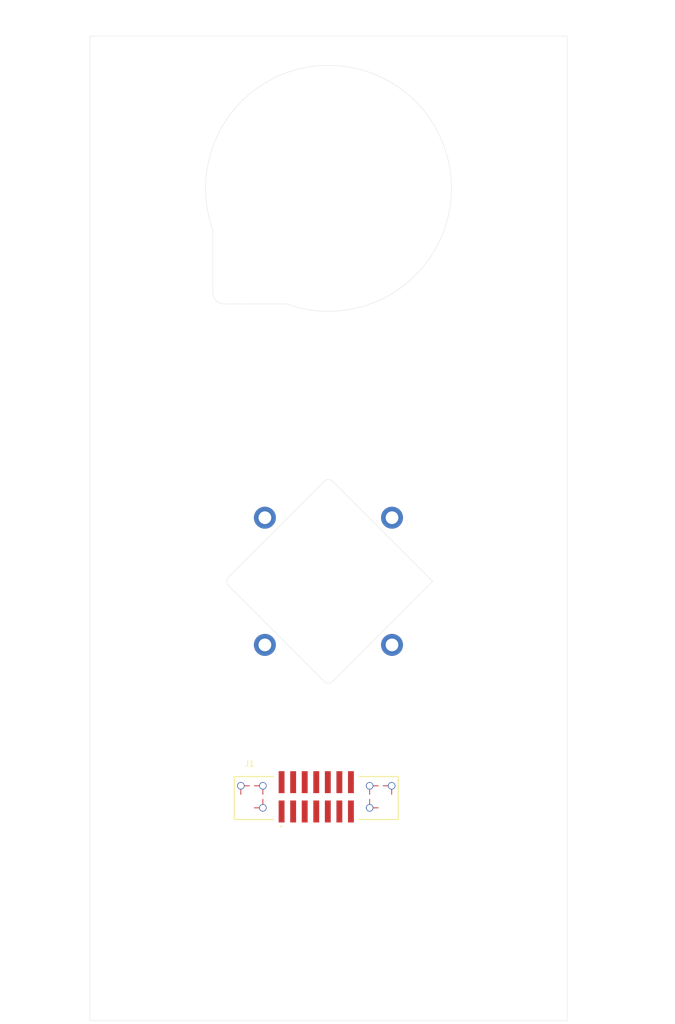
<source format=kicad_pcb>
(kicad_pcb (version 20240108) (generator "pcbnew") (generator_version "8.0")
  (layers (0 "F.Cu" signal) (31 "B.Cu" signal) (34 "B.Paste" user) (35 "F.Paste" user) (36 "B.SilkS" user "B.Silkscreen") (37 "F.SilkS" user "F.Silkscreen") (38 "B.Mask" user) (39 "F.Mask" user) (44 "Edge.Cuts" user))
  (net 0 "")
  (net 1 "/!ABF_PLACED_1")
  (net 2 "/BAT_ENA_LS_NEG")
  (net 3 "GND")
  (net 4 "/!SEPARATION_1")
  (net 5 "/BAT_ENA_LS_POS")
  (net 7 "/!ABF_PLACED_0")
  (net 8 "/!BAT_ENA_HS")
  (net 9 "/!SAT_ENA_HS")
  (net 10 "/BAT_ENA_LS_RBF")
  (net 12 "/!SEPARATION_3")
  (net 13 "/!SEPARATION_2")
  (footprint "MountingHole:MountingHole_3.5mm" (layer "F.Cu") (at 31.82 186.68)
    (property "Reference" "H3" (hide yes))
    (property "Value" "MountingHole_Pad" (hide yes))
    (pad "" np_thru_hole circle (at 0 0) (size 3.5 3.5) (drill 3.5) (layers "*.Cu" "*.Mask"))
  )
  (footprint "T2M-107-01-L-D-SM-DS:SAMTEC_T2M-107-01-X-D-SM-DS" (layer "F.Cu") (at 67.77 151.165)
    (property "Reference" "J1" (at -11.525 -5.715 360) (layer "F.SilkS"))
    (property "Value" "T2M-107-01-X-D-SM-DS")
    (fp_poly (pts (xy -13.685 -1.905) (xy -13.684 -1.938) (xy -13.682 -1.971) (xy -13.677 -2.004) (xy -13.671 -2.037) (xy -13.663 -2.069) (xy -13.654 -2.101) (xy -13.643 -2.133) (xy -13.63 -2.163) (xy -13.616 -2.193) (xy -13.6 -2.223) (xy -13.583 -2.251) (xy -13.564 -2.278) (xy -13.543 -2.305) (xy -13.522 -2.33) (xy -13.499 -2.354) (xy -13.475 -2.377) (xy -13.45 -2.398) (xy -13.423 -2.419) (xy -13.396 -2.438) (xy -13.367 -2.455) (xy -13.338 -2.471) (xy -13.308 -2.485) (xy -13.278 -2.498) (xy -13.246 -2.509) (xy -13.214 -2.518) (xy -13.182 -2.526) (xy -13.149 -2.532) (xy -13.116 -2.537) (xy -13.083 -2.539) (xy -13.05 -2.54) (xy -12.985 -2.54) (xy -12.957 -2.536) (xy -12.928 -2.53) (xy -12.9 -2.524) (xy -12.872 -2.516) (xy -12.845 -2.507) (xy -12.818 -2.496) (xy -12.791 -2.485) (xy -12.765 -2.472) (xy -12.74 -2.458) (xy -12.715 -2.443) (xy -12.691 -2.427) (xy -12.667 -2.41) (xy -12.645 -2.392) (xy -12.623 -2.373) (xy -12.602 -2.353) (xy -12.582 -2.332) (xy -12.563 -2.31) (xy -12.545 -2.288) (xy -12.528 -2.264) (xy -12.512 -2.24) (xy -12.497 -2.215) (xy -12.483 -2.19) (xy -12.47 -2.164) (xy -12.459 -2.137) (xy -12.448 -2.11) (xy -12.439 -2.083) (xy -12.431 -2.055) (xy -12.425 -2.027) (xy -12.419 -1.998) (xy -12.415 -1.97) (xy -11.53 -1.97) (xy -11.53 -1.84) (xy -12.415 -1.84) (xy -12.419 -1.813) (xy -12.424 -1.784) (xy -12.43 -1.755) (xy -12.437 -1.727) (xy -12.446 -1.699) (xy -12.456 -1.672) (xy -12.468 -1.645) (xy -12.48 -1.619) (xy -12.494 -1.593) (xy -12.509 -1.568) (xy -12.525 -1.544) (xy -12.542 -1.52) (xy -12.56 -1.497) (xy -12.579 -1.476) (xy -12.599 -1.454) (xy -12.621 -1.434) (xy -12.642 -1.415) (xy -12.665 -1.397) (xy -12.689 -1.38) (xy -12.713 -1.364) (xy -12.738 -1.349) (xy -12.764 -1.335) (xy -12.79 -1.323) (xy -12.817 -1.311) (xy -12.844 -1.301) (xy -12.872 -1.292) (xy -12.9 -1.285) (xy -12.929 -1.279) (xy -12.958 -1.274) (xy -12.985 -1.27) (xy -12.985 -0.385) (xy -13.115 -0.385) (xy -13.115 -1.27) (xy -13.143 -1.274) (xy -13.172 -1.28) (xy -13.2 -1.286) (xy -13.228 -1.294) (xy -13.255 -1.303) (xy -13.282 -1.314) (xy -13.309 -1.325) (xy -13.335 -1.338) (xy -13.36 -1.352) (xy -13.385 -1.367) (xy -13.409 -1.383) (xy -13.433 -1.4) (xy -13.455 -1.418) (xy -13.477 -1.437) (xy -13.498 -1.457) (xy -13.518 -1.478) (xy -13.537 -1.5) (xy -13.555 -1.522) (xy -13.572 -1.546) (xy -13.588 -1.57) (xy -13.603 -1.595) (xy -13.617 -1.62) (xy -13.63 -1.646) (xy -13.641 -1.673) (xy -13.652 -1.7) (xy -13.661 -1.727) (xy -13.669 -1.755) (xy -13.675 -1.783) (xy -13.681 -1.812) (xy -13.685 -1.84) (xy -13.685 -1.905) (xy -13.56 -1.905) (xy -13.559 -1.878) (xy -13.557 -1.852) (xy -13.554 -1.825) (xy -13.549 -1.799) (xy -13.543 -1.773) (xy -13.535 -1.747) (xy -13.526 -1.722) (xy -13.516 -1.698) (xy -13.504 -1.673) (xy -13.492 -1.65) (xy -13.478 -1.627) (xy -13.463 -1.605) (xy -13.446 -1.584) (xy -13.429 -1.564) (xy -13.411 -1.544) (xy -13.391 -1.526) (xy -13.371 -1.509) (xy -13.35 -1.492) (xy -13.328 -1.477) (xy -13.305 -1.463) (xy -13.282 -1.451) (xy -13.257 -1.439) (xy -13.233 -1.429) (xy -13.208 -1.42) (xy -13.182 -1.412) (xy -13.156 -1.406) (xy -13.13 -1.401) (xy -13.103 -1.398) (xy -13.077 -1.396) (xy -13.05 -1.395) (xy -13.023 -1.396) (xy -12.997 -1.398) (xy -12.97 -1.401) (xy -12.944 -1.406) (xy -12.918 -1.412) (xy -12.892 -1.42) (xy -12.867 -1.429) (xy -12.843 -1.439) (xy -12.818 -1.451) (xy -12.795 -1.463) (xy -12.772 -1.477) (xy -12.75 -1.492) (xy -12.729 -1.509) (xy -12.709 -1.526) (xy -12.689 -1.544) (xy -12.671 -1.564) (xy -12.654 -1.584) (xy -12.637 -1.605) (xy -12.622 -1.627) (xy -12.608 -1.65) (xy -12.596 -1.673) (xy -12.584 -1.698) (xy -12.574 -1.722) (xy -12.565 -1.747) (xy -12.557 -1.773) (xy -12.551 -1.799) (xy -12.546 -1.825) (xy -12.543 -1.852) (xy -12.541 -1.878) (xy -12.54 -1.905) (xy -12.541 -1.932) (xy -12.543 -1.958) (xy -12.546 -1.985) (xy -12.551 -2.011) (xy -12.557 -2.037) (xy -12.565 -2.063) (xy -12.574 -2.088) (xy -12.584 -2.112) (xy -12.596 -2.137) (xy -12.608 -2.16) (xy -12.622 -2.183) (xy -12.637 -2.205) (xy -12.654 -2.226) (xy -12.671 -2.246) (xy -12.689 -2.266) (xy -12.709 -2.284) (xy -12.729 -2.301) (xy -12.75 -2.318) (xy -12.772 -2.333) (xy -12.795 -2.347) (xy -12.818 -2.359) (xy -12.843 -2.371) (xy -12.867 -2.381) (xy -12.892 -2.39) (xy -12.918 -2.398) (xy -12.944 -2.404) (xy -12.97 -2.409) (xy -12.997 -2.412) (xy -13.023 -2.414) (xy -13.05 -2.415) (xy -13.077 -2.414) (xy -13.103 -2.412) (xy -13.13 -2.409) (xy -13.156 -2.404) (xy -13.182 -2.398) (xy -13.208 -2.39) (xy -13.233 -2.381) (xy -13.257 -2.371) (xy -13.282 -2.359) (xy -13.305 -2.347) (xy -13.328 -2.333) (xy -13.35 -2.318) (xy -13.371 -2.301) (xy -13.391 -2.284) (xy -13.411 -2.266) (xy -13.429 -2.246) (xy -13.446 -2.226) (xy -13.463 -2.205) (xy -13.478 -2.183) (xy -13.492 -2.16) (xy -13.504 -2.137) (xy -13.516 -2.112) (xy -13.526 -2.088) (xy -13.535 -2.063) (xy -13.543 -2.037) (xy -13.549 -2.011) (xy -13.554 -1.985) (xy -13.557 -1.958) (xy -13.559 -1.932) (xy -13.56 -1.905) (xy -13.685 -1.905)) (stroke (width 0.01)) (fill solid) (layer "F.Cu"))
    (fp_poly (pts (xy -8.605 -1.905) (xy -8.606 -1.938) (xy -8.608 -1.971) (xy -8.613 -2.004) (xy -8.619 -2.037) (xy -8.627 -2.069) (xy -8.636 -2.101) (xy -8.647 -2.133) (xy -8.66 -2.163) (xy -8.674 -2.193) (xy -8.69 -2.223) (xy -8.707 -2.251) (xy -8.726 -2.278) (xy -8.747 -2.305) (xy -8.768 -2.33) (xy -8.791 -2.354) (xy -8.815 -2.377) (xy -8.84 -2.398) (xy -8.867 -2.419) (xy -8.894 -2.438) (xy -8.922 -2.455) (xy -8.952 -2.471) (xy -8.982 -2.485) (xy -9.012 -2.498) (xy -9.044 -2.509) (xy -9.076 -2.518) (xy -9.108 -2.526) (xy -9.141 -2.532) (xy -9.174 -2.537) (xy -9.207 -2.539) (xy -9.24 -2.54) (xy -9.305 -2.54) (xy -9.333 -2.536) (xy -9.362 -2.53) (xy -9.39 -2.524) (xy -9.418 -2.516) (xy -9.445 -2.507) (xy -9.472 -2.496) (xy -9.499 -2.485) (xy -9.525 -2.472) (xy -9.55 -2.458) (xy -9.575 -2.443) (xy -9.599 -2.427) (xy -9.623 -2.41) (xy -9.645 -2.392) (xy -9.667 -2.373) (xy -9.688 -2.353) (xy -9.708 -2.332) (xy -9.727 -2.31) (xy -9.745 -2.288) (xy -9.762 -2.264) (xy -9.778 -2.24) (xy -9.793 -2.215) (xy -9.807 -2.19) (xy -9.82 -2.164) (xy -9.831 -2.137) (xy -9.842 -2.11) (xy -9.851 -2.083) (xy -9.859 -2.055) (xy -9.865 -2.027) (xy -9.871 -1.998) (xy -9.875 -1.97) (xy -10.76 -1.97) (xy -10.76 -1.84) (xy -9.875 -1.84) (xy -9.871 -1.813) (xy -9.866 -1.784) (xy -9.86 -1.755) (xy -9.853 -1.727) (xy -9.844 -1.699) (xy -9.834 -1.672) (xy -9.822 -1.645) (xy -9.81 -1.619) (xy -9.796 -1.593) (xy -9.781 -1.568) (xy -9.765 -1.544) (xy -9.748 -1.52) (xy -9.73 -1.497) (xy -9.711 -1.476) (xy -9.691 -1.454) (xy -9.669 -1.434) (xy -9.648 -1.415) (xy -9.625 -1.397) (xy -9.601 -1.38) (xy -9.577 -1.364) (xy -9.552 -1.349) (xy -9.526 -1.335) (xy -9.5 -1.323) (xy -9.473 -1.311) (xy -9.446 -1.301) (xy -9.418 -1.292) (xy -9.39 -1.285) (xy -9.361 -1.279) (xy -9.332 -1.274) (xy -9.305 -1.27) (xy -9.305 -0.385) (xy -9.175 -0.385) (xy -9.175 -1.27) (xy -9.147 -1.274) (xy -9.118 -1.28) (xy -9.09 -1.286) (xy -9.062 -1.294) (xy -9.035 -1.303) (xy -9.008 -1.314) (xy -8.981 -1.325) (xy -8.955 -1.338) (xy -8.93 -1.352) (xy -8.905 -1.367) (xy -8.881 -1.383) (xy -8.857 -1.4) (xy -8.835 -1.418) (xy -8.813 -1.437) (xy -8.792 -1.457) (xy -8.772 -1.478) (xy -8.753 -1.5) (xy -8.735 -1.522) (xy -8.718 -1.546) (xy -8.702 -1.57) (xy -8.687 -1.595) (xy -8.673 -1.62) (xy -8.66 -1.646) (xy -8.649 -1.673) (xy -8.638 -1.7) (xy -8.629 -1.727) (xy -8.621 -1.755) (xy -8.615 -1.783) (xy -8.609 -1.812) (xy -8.605 -1.84) (xy -8.605 -1.905) (xy -8.73 -1.905) (xy -8.731 -1.878) (xy -8.733 -1.852) (xy -8.736 -1.825) (xy -8.741 -1.799) (xy -8.747 -1.773) (xy -8.755 -1.747) (xy -8.764 -1.722) (xy -8.774 -1.698) (xy -8.786 -1.673) (xy -8.798 -1.65) (xy -8.812 -1.627) (xy -8.827 -1.605) (xy -8.844 -1.584) (xy -8.861 -1.564) (xy -8.879 -1.544) (xy -8.899 -1.526) (xy -8.919 -1.509) (xy -8.94 -1.492) (xy -8.962 -1.477) (xy -8.985 -1.463) (xy -9.008 -1.451) (xy -9.033 -1.439) (xy -9.057 -1.429) (xy -9.082 -1.42) (xy -9.108 -1.412) (xy -9.134 -1.406) (xy -9.16 -1.401) (xy -9.187 -1.398) (xy -9.213 -1.396) (xy -9.24 -1.395) (xy -9.267 -1.396) (xy -9.293 -1.398) (xy -9.32 -1.401) (xy -9.346 -1.406) (xy -9.372 -1.412) (xy -9.398 -1.42) (xy -9.423 -1.429) (xy -9.447 -1.439) (xy -9.472 -1.451) (xy -9.495 -1.463) (xy -9.518 -1.477) (xy -9.54 -1.492) (xy -9.561 -1.509) (xy -9.581 -1.526) (xy -9.601 -1.544) (xy -9.619 -1.564) (xy -9.636 -1.584) (xy -9.653 -1.605) (xy -9.668 -1.627) (xy -9.682 -1.65) (xy -9.694 -1.673) (xy -9.706 -1.698) (xy -9.716 -1.722) (xy -9.725 -1.747) (xy -9.733 -1.773) (xy -9.739 -1.799) (xy -9.744 -1.825) (xy -9.747 -1.852) (xy -9.749 -1.878) (xy -9.75 -1.905) (xy -9.749 -1.932) (xy -9.747 -1.958) (xy -9.744 -1.985) (xy -9.739 -2.011) (xy -9.733 -2.037) (xy -9.725 -2.063) (xy -9.716 -2.088) (xy -9.706 -2.112) (xy -9.694 -2.137) (xy -9.682 -2.16) (xy -9.668 -2.183) (xy -9.653 -2.205) (xy -9.636 -2.226) (xy -9.619 -2.246) (xy -9.601 -2.266) (xy -9.581 -2.284) (xy -9.561 -2.301) (xy -9.54 -2.318) (xy -9.518 -2.333) (xy -9.495 -2.347) (xy -9.472 -2.359) (xy -9.447 -2.371) (xy -9.423 -2.381) (xy -9.398 -2.39) (xy -9.372 -2.398) (xy -9.346 -2.404) (xy -9.32 -2.409) (xy -9.293 -2.412) (xy -9.267 -2.414) (xy -9.24 -2.415) (xy -9.213 -2.414) (xy -9.187 -2.412) (xy -9.16 -2.409) (xy -9.134 -2.404) (xy -9.108 -2.398) (xy -9.082 -2.39) (xy -9.057 -2.381) (xy -9.033 -2.371) (xy -9.008 -2.359) (xy -8.985 -2.347) (xy -8.962 -2.333) (xy -8.94 -2.318) (xy -8.919 -2.301) (xy -8.899 -2.284) (xy -8.879 -2.266) (xy -8.861 -2.246) (xy -8.844 -2.226) (xy -8.827 -2.205) (xy -8.812 -2.183) (xy -8.798 -2.16) (xy -8.786 -2.137) (xy -8.774 -2.112) (xy -8.764 -2.088) (xy -8.755 -2.063) (xy -8.747 -2.037) (xy -8.741 -2.011) (xy -8.736 -1.985) (xy -8.733 -1.958) (xy -8.731 -1.932) (xy -8.73 -1.905) (xy -8.605 -1.905)) (stroke (width 0.01)) (fill solid) (layer "F.Cu"))
    (fp_poly (pts (xy -8.605 1.905) (xy -8.606 1.938) (xy -8.608 1.971) (xy -8.613 2.004) (xy -8.619 2.037) (xy -8.627 2.069) (xy -8.636 2.101) (xy -8.647 2.133) (xy -8.66 2.163) (xy -8.674 2.193) (xy -8.69 2.223) (xy -8.707 2.251) (xy -8.726 2.278) (xy -8.747 2.305) (xy -8.768 2.33) (xy -8.791 2.354) (xy -8.815 2.377) (xy -8.84 2.398) (xy -8.867 2.419) (xy -8.894 2.438) (xy -8.922 2.455) (xy -8.952 2.471) (xy -8.982 2.485) (xy -9.012 2.498) (xy -9.044 2.509) (xy -9.076 2.518) (xy -9.108 2.526) (xy -9.141 2.532) (xy -9.174 2.537) (xy -9.207 2.539) (xy -9.24 2.54) (xy -9.305 2.54) (xy -9.333 2.536) (xy -9.362 2.53) (xy -9.39 2.524) (xy -9.418 2.516) (xy -9.445 2.507) (xy -9.472 2.496) (xy -9.499 2.485) (xy -9.525 2.472) (xy -9.55 2.458) (xy -9.575 2.443) (xy -9.599 2.427) (xy -9.623 2.41) (xy -9.645 2.392) (xy -9.667 2.373) (xy -9.688 2.353) (xy -9.708 2.332) (xy -9.727 2.31) (xy -9.745 2.288) (xy -9.762 2.264) (xy -9.778 2.24) (xy -9.793 2.215) (xy -9.807 2.19) (xy -9.82 2.164) (xy -9.831 2.137) (xy -9.842 2.11) (xy -9.851 2.083) (xy -9.859 2.055) (xy -9.865 2.027) (xy -9.871 1.998) (xy -9.875 1.97) (xy -10.76 1.97) (xy -10.76 1.84) (xy -9.875 1.84) (xy -9.871 1.813) (xy -9.866 1.784) (xy -9.86 1.755) (xy -9.853 1.727) (xy -9.844 1.699) (xy -9.834 1.672) (xy -9.822 1.645) (xy -9.81 1.619) (xy -9.796 1.593) (xy -9.781 1.568) (xy -9.765 1.544) (xy -9.748 1.52) (xy -9.73 1.497) (xy -9.711 1.476) (xy -9.691 1.454) (xy -9.669 1.434) (xy -9.648 1.415) (xy -9.625 1.397) (xy -9.601 1.38) (xy -9.577 1.364) (xy -9.552 1.349) (xy -9.526 1.335) (xy -9.5 1.323) (xy -9.473 1.311) (xy -9.446 1.301) (xy -9.418 1.292) (xy -9.39 1.285) (xy -9.361 1.279) (xy -9.332 1.274) (xy -9.305 1.27) (xy -9.305 0.385) (xy -9.175 0.385) (xy -9.175 1.27) (xy -9.147 1.274) (xy -9.118 1.28) (xy -9.09 1.286) (xy -9.062 1.294) (xy -9.035 1.303) (xy -9.008 1.314) (xy -8.981 1.325) (xy -8.955 1.338) (xy -8.93 1.352) (xy -8.905 1.367) (xy -8.881 1.383) (xy -8.857 1.4) (xy -8.835 1.418) (xy -8.813 1.437) (xy -8.792 1.457) (xy -8.772 1.478) (xy -8.753 1.5) (xy -8.735 1.522) (xy -8.718 1.546) (xy -8.702 1.57) (xy -8.687 1.595) (xy -8.673 1.62) (xy -8.66 1.646) (xy -8.649 1.673) (xy -8.638 1.7) (xy -8.629 1.727) (xy -8.621 1.755) (xy -8.615 1.783) (xy -8.609 1.812) (xy -8.605 1.84) (xy -8.605 1.905) (xy -8.73 1.905) (xy -8.731 1.878) (xy -8.733 1.852) (xy -8.736 1.825) (xy -8.741 1.799) (xy -8.747 1.773) (xy -8.755 1.747) (xy -8.764 1.722) (xy -8.774 1.698) (xy -8.786 1.673) (xy -8.798 1.65) (xy -8.812 1.627) (xy -8.827 1.605) (xy -8.844 1.584) (xy -8.861 1.564) (xy -8.879 1.544) (xy -8.899 1.526) (xy -8.919 1.509) (xy -8.94 1.492) (xy -8.962 1.477) (xy -8.985 1.463) (xy -9.008 1.451) (xy -9.033 1.439) (xy -9.057 1.429) (xy -9.082 1.42) (xy -9.108 1.412) (xy -9.134 1.406) (xy -9.16 1.401) (xy -9.187 1.398) (xy -9.213 1.396) (xy -9.24 1.395) (xy -9.267 1.396) (xy -9.293 1.398) (xy -9.32 1.401) (xy -9.346 1.406) (xy -9.372 1.412) (xy -9.398 1.42) (xy -9.423 1.429) (xy -9.447 1.439) (xy -9.472 1.451) (xy -9.495 1.463) (xy -9.518 1.477) (xy -9.54 1.492) (xy -9.561 1.509) (xy -9.581 1.526) (xy -9.601 1.544) (xy -9.619 1.564) (xy -9.636 1.584) (xy -9.653 1.605) (xy -9.668 1.627) (xy -9.682 1.65) (xy -9.694 1.673) (xy -9.706 1.698) (xy -9.716 1.722) (xy -9.725 1.747) (xy -9.733 1.773) (xy -9.739 1.799) (xy -9.744 1.825) (xy -9.747 1.852) (xy -9.749 1.878) (xy -9.75 1.905) (xy -9.749 1.932) (xy -9.747 1.958) (xy -9.744 1.985) (xy -9.739 2.011) (xy -9.733 2.037) (xy -9.725 2.063) (xy -9.716 2.088) (xy -9.706 2.112) (xy -9.694 2.137) (xy -9.682 2.16) (xy -9.668 2.183) (xy -9.653 2.205) (xy -9.636 2.226) (xy -9.619 2.246) (xy -9.601 2.266) (xy -9.581 2.284) (xy -9.561 2.301) (xy -9.54 2.318) (xy -9.518 2.333) (xy -9.495 2.347) (xy -9.472 2.359) (xy -9.447 2.371) (xy -9.423 2.381) (xy -9.398 2.39) (xy -9.372 2.398) (xy -9.346 2.404) (xy -9.32 2.409) (xy -9.293 2.412) (xy -9.267 2.414) (xy -9.24 2.415) (xy -9.213 2.414) (xy -9.187 2.412) (xy -9.16 2.409) (xy -9.134 2.404) (xy -9.108 2.398) (xy -9.082 2.39) (xy -9.057 2.381) (xy -9.033 2.371) (xy -9.008 2.359) (xy -8.985 2.347) (xy -8.962 2.333) (xy -8.94 2.318) (xy -8.919 2.301) (xy -8.899 2.284) (xy -8.879 2.266) (xy -8.861 2.246) (xy -8.844 2.226) (xy -8.827 2.205) (xy -8.812 2.183) (xy -8.798 2.16) (xy -8.786 2.137) (xy -8.774 2.112) (xy -8.764 2.088) (xy -8.755 2.063) (xy -8.747 2.037) (xy -8.741 2.011) (xy -8.736 1.985) (xy -8.733 1.958) (xy -8.731 1.932) (xy -8.73 1.905) (xy -8.605 1.905)) (stroke (width 0.01)) (fill solid) (layer "F.Cu"))
    (fp_poly (pts (xy 8.605 -1.905) (xy 8.606 -1.938) (xy 8.608 -1.971) (xy 8.613 -2.004) (xy 8.619 -2.037) (xy 8.627 -2.069) (xy 8.636 -2.101) (xy 8.647 -2.133) (xy 8.66 -2.163) (xy 8.674 -2.193) (xy 8.69 -2.223) (xy 8.707 -2.251) (xy 8.726 -2.278) (xy 8.747 -2.305) (xy 8.768 -2.33) (xy 8.791 -2.354) (xy 8.815 -2.377) (xy 8.84 -2.398) (xy 8.867 -2.419) (xy 8.894 -2.438) (xy 8.923 -2.455) (xy 8.952 -2.471) (xy 8.982 -2.485) (xy 9.012 -2.498) (xy 9.044 -2.509) (xy 9.076 -2.518) (xy 9.108 -2.526) (xy 9.141 -2.532) (xy 9.174 -2.537) (xy 9.207 -2.539) (xy 9.24 -2.54) (xy 9.305 -2.54) (xy 9.333 -2.536) (xy 9.362 -2.53) (xy 9.39 -2.524) (xy 9.418 -2.516) (xy 9.445 -2.507) (xy 9.472 -2.496) (xy 9.499 -2.485) (xy 9.525 -2.472) (xy 9.55 -2.458) (xy 9.575 -2.443) (xy 9.599 -2.427) (xy 9.623 -2.41) (xy 9.645 -2.392) (xy 9.667 -2.373) (xy 9.688 -2.353) (xy 9.708 -2.332) (xy 9.727 -2.31) (xy 9.745 -2.288) (xy 9.762 -2.264) (xy 9.778 -2.24) (xy 9.793 -2.215) (xy 9.807 -2.19) (xy 9.82 -2.164) (xy 9.831 -2.137) (xy 9.842 -2.11) (xy 9.851 -2.083) (xy 9.859 -2.055) (xy 9.865 -2.027) (xy 9.871 -1.998) (xy 9.875 -1.97) (xy 10.76 -1.97) (xy 10.76 -1.84) (xy 9.875 -1.84) (xy 9.871 -1.813) (xy 9.866 -1.784) (xy 9.86 -1.755) (xy 9.853 -1.727) (xy 9.844 -1.699) (xy 9.834 -1.672) (xy 9.822 -1.645) (xy 9.81 -1.619) (xy 9.796 -1.593) (xy 9.781 -1.568) (xy 9.765 -1.544) (xy 9.748 -1.52) (xy 9.73 -1.497) (xy 9.711 -1.476) (xy 9.691 -1.454) (xy 9.669 -1.434) (xy 9.648 -1.415) (xy 9.625 -1.397) (xy 9.601 -1.38) (xy 9.577 -1.364) (xy 9.552 -1.349) (xy 9.526 -1.335) (xy 9.5 -1.323) (xy 9.473 -1.311) (xy 9.446 -1.301) (xy 9.418 -1.292) (xy 9.39 -1.285) (xy 9.361 -1.279) (xy 9.332 -1.274) (xy 9.305 -1.27) (xy 9.305 -0.385) (xy 9.175 -0.385) (xy 9.175 -1.27) (xy 9.147 -1.274) (xy 9.118 -1.28) (xy 9.09 -1.286) (xy 9.062 -1.294) (xy 9.035 -1.303) (xy 9.008 -1.314) (xy 8.981 -1.325) (xy 8.955 -1.338) (xy 8.93 -1.352) (xy 8.905 -1.367) (xy 8.881 -1.383) (xy 8.857 -1.4) (xy 8.835 -1.418) (xy 8.813 -1.437) (xy 8.792 -1.457) (xy 8.772 -1.478) (xy 8.753 -1.5) (xy 8.735 -1.522) (xy 8.718 -1.546) (xy 8.702 -1.57) (xy 8.687 -1.595) (xy 8.673 -1.62) (xy 8.66 -1.646) (xy 8.649 -1.673) (xy 8.638 -1.7) (xy 8.629 -1.727) (xy 8.621 -1.755) (xy 8.615 -1.783) (xy 8.609 -1.812) (xy 8.605 -1.84) (xy 8.605 -1.905) (xy 8.73 -1.905) (xy 8.731 -1.878) (xy 8.733 -1.852) (xy 8.736 -1.825) (xy 8.741 -1.799) (xy 8.747 -1.773) (xy 8.755 -1.747) (xy 8.764 -1.722) (xy 8.774 -1.698) (xy 8.786 -1.673) (xy 8.798 -1.65) (xy 8.812 -1.627) (xy 8.827 -1.605) (xy 8.844 -1.584) (xy 8.861 -1.564) (xy 8.879 -1.544) (xy 8.899 -1.526) (xy 8.919 -1.509) (xy 8.94 -1.492) (xy 8.962 -1.477) (xy 8.985 -1.463) (xy 9.008 -1.451) (xy 9.033 -1.439) (xy 9.057 -1.429) (xy 9.082 -1.42) (xy 9.108 -1.412) (xy 9.134 -1.406) (xy 9.16 -1.401) (xy 9.187 -1.398) (xy 9.213 -1.396) (xy 9.24 -1.395) (xy 9.267 -1.396) (xy 9.293 -1.398) (xy 9.32 -1.401) (xy 9.346 -1.406) (xy 9.372 -1.412) (xy 9.398 -1.42) (xy 9.423 -1.429) (xy 9.447 -1.439) (xy 9.472 -1.451) (xy 9.495 -1.463) (xy 9.518 -1.477) (xy 9.54 -1.492) (xy 9.561 -1.509) (xy 9.581 -1.526) (xy 9.601 -1.544) (xy 9.619 -1.564) (xy 9.636 -1.584) (xy 9.653 -1.605) (xy 9.668 -1.627) (xy 9.682 -1.65) (xy 9.694 -1.673) (xy 9.706 -1.698) (xy 9.716 -1.722) (xy 9.725 -1.747) (xy 9.733 -1.773) (xy 9.739 -1.799) (xy 9.744 -1.825) (xy 9.747 -1.852) (xy 9.749 -1.878) (xy 9.75 -1.905) (xy 9.749 -1.932) (xy 9.747 -1.958) (xy 9.744 -1.985) (xy 9.739 -2.011) (xy 9.733 -2.037) (xy 9.725 -2.063) (xy 9.716 -2.088) (xy 9.706 -2.112) (xy 9.694 -2.137) (xy 9.682 -2.16) (xy 9.668 -2.183) (xy 9.653 -2.205) (xy 9.636 -2.226) (xy 9.619 -2.246) (xy 9.601 -2.266) (xy 9.581 -2.284) (xy 9.561 -2.301) (xy 9.54 -2.318) (xy 9.518 -2.333) (xy 9.495 -2.347) (xy 9.472 -2.359) (xy 9.447 -2.371) (xy 9.423 -2.381) (xy 9.398 -2.39) (xy 9.372 -2.398) (xy 9.346 -2.404) (xy 9.32 -2.409) (xy 9.293 -2.412) (xy 9.267 -2.414) (xy 9.24 -2.415) (xy 9.213 -2.414) (xy 9.187 -2.412) (xy 9.16 -2.409) (xy 9.134 -2.404) (xy 9.108 -2.398) (xy 9.082 -2.39) (xy 9.057 -2.381) (xy 9.033 -2.371) (xy 9.008 -2.359) (xy 8.985 -2.347) (xy 8.962 -2.333) (xy 8.94 -2.318) (xy 8.919 -2.301) (xy 8.899 -2.284) (xy 8.879 -2.266) (xy 8.861 -2.246) (xy 8.844 -2.226) (xy 8.827 -2.205) (xy 8.812 -2.183) (xy 8.798 -2.16) (xy 8.786 -2.137) (xy 8.774 -2.112) (xy 8.764 -2.088) (xy 8.755 -2.063) (xy 8.747 -2.037) (xy 8.741 -2.011) (xy 8.736 -1.985) (xy 8.733 -1.958) (xy 8.731 -1.932) (xy 8.73 -1.905) (xy 8.605 -1.905)) (stroke (width 0.01)) (fill solid) (layer "F.Cu"))
    (fp_poly (pts (xy 8.605 1.905) (xy 8.606 1.938) (xy 8.608 1.971) (xy 8.613 2.004) (xy 8.619 2.037) (xy 8.627 2.069) (xy 8.636 2.101) (xy 8.647 2.133) (xy 8.66 2.163) (xy 8.674 2.193) (xy 8.69 2.223) (xy 8.707 2.251) (xy 8.726 2.278) (xy 8.747 2.305) (xy 8.768 2.33) (xy 8.791 2.354) (xy 8.815 2.377) (xy 8.84 2.398) (xy 8.867 2.419) (xy 8.894 2.438) (xy 8.922 2.455) (xy 8.952 2.471) (xy 8.982 2.485) (xy 9.012 2.498) (xy 9.044 2.509) (xy 9.076 2.518) (xy 9.108 2.526) (xy 9.141 2.532) (xy 9.174 2.537) (xy 9.207 2.539) (xy 9.24 2.54) (xy 9.305 2.54) (xy 9.333 2.536) (xy 9.362 2.53) (xy 9.39 2.524) (xy 9.418 2.516) (xy 9.445 2.507) (xy 9.472 2.496) (xy 9.499 2.485) (xy 9.525 2.472) (xy 9.55 2.458) (xy 9.575 2.443) (xy 9.599 2.427) (xy 9.623 2.41) (xy 9.645 2.392) (xy 9.667 2.373) (xy 9.688 2.353) (xy 9.708 2.332) (xy 9.727 2.31) (xy 9.745 2.288) (xy 9.762 2.264) (xy 9.778 2.24) (xy 9.793 2.215) (xy 9.807 2.19) (xy 9.82 2.164) (xy 9.831 2.137) (xy 9.842 2.11) (xy 9.851 2.083) (xy 9.859 2.055) (xy 9.865 2.027) (xy 9.871 1.998) (xy 9.875 1.97) (xy 10.76 1.97) (xy 10.76 1.84) (xy 9.875 1.84) (xy 9.871 1.813) (xy 9.866 1.784) (xy 9.86 1.755) (xy 9.853 1.727) (xy 9.844 1.699) (xy 9.834 1.672) (xy 9.822 1.645) (xy 9.81 1.619) (xy 9.796 1.593) (xy 9.781 1.568) (xy 9.765 1.544) (xy 9.748 1.52) (xy 9.73 1.497) (xy 9.711 1.476) (xy 9.691 1.454) (xy 9.669 1.434) (xy 9.648 1.415) (xy 9.625 1.397) (xy 9.601 1.38) (xy 9.577 1.364) (xy 9.552 1.349) (xy 9.526 1.335) (xy 9.5 1.323) (xy 9.473 1.311) (xy 9.446 1.301) (xy 9.418 1.292) (xy 9.39 1.285) (xy 9.361 1.279) (xy 9.332 1.274) (xy 9.305 1.27) (xy 9.305 0.385) (xy 9.175 0.385) (xy 9.175 1.27) (xy 9.147 1.274) (xy 9.118 1.28) (xy 9.09 1.286) (xy 9.062 1.294) (xy 9.035 1.303) (xy 9.008 1.314) (xy 8.981 1.325) (xy 8.955 1.338) (xy 8.93 1.352) (xy 8.905 1.367) (xy 8.881 1.383) (xy 8.857 1.4) (xy 8.835 1.418) (xy 8.813 1.437) (xy 8.792 1.457) (xy 8.772 1.478) (xy 8.753 1.5) (xy 8.735 1.522) (xy 8.718 1.546) (xy 8.702 1.57) (xy 8.687 1.595) (xy 8.673 1.62) (xy 8.66 1.646) (xy 8.649 1.673) (xy 8.638 1.7) (xy 8.629 1.727) (xy 8.621 1.755) (xy 8.615 1.783) (xy 8.609 1.812) (xy 8.605 1.84) (xy 8.605 1.905) (xy 8.73 1.905) (xy 8.731 1.878) (xy 8.733 1.852) (xy 8.736 1.825) (xy 8.741 1.799) (xy 8.747 1.773) (xy 8.755 1.747) (xy 8.764 1.722) (xy 8.774 1.698) (xy 8.786 1.673) (xy 8.798 1.65) (xy 8.812 1.627) (xy 8.827 1.605) (xy 8.844 1.584) (xy 8.861 1.564) (xy 8.879 1.544) (xy 8.899 1.526) (xy 8.919 1.509) (xy 8.94 1.492) (xy 8.962 1.477) (xy 8.985 1.463) (xy 9.008 1.451) (xy 9.033 1.439) (xy 9.057 1.429) (xy 9.082 1.42) (xy 9.108 1.412) (xy 9.134 1.406) (xy 9.16 1.401) (xy 9.187 1.398) (xy 9.213 1.396) (xy 9.24 1.395) (xy 9.267 1.396) (xy 9.293 1.398) (xy 9.32 1.401) (xy 9.346 1.406) (xy 9.372 1.412) (xy 9.398 1.42) (xy 9.423 1.429) (xy 9.447 1.439) (xy 9.472 1.451) (xy 9.495 1.463) (xy 9.518 1.477) (xy 9.54 1.492) (xy 9.561 1.509) (xy 9.581 1.526) (xy 9.601 1.544) (xy 9.619 1.564) (xy 9.636 1.584) (xy 9.653 1.605) (xy 9.668 1.627) (xy 9.682 1.65) (xy 9.694 1.673) (xy 9.706 1.698) (xy 9.716 1.722) (xy 9.725 1.747) (xy 9.733 1.773) (xy 9.739 1.799) (xy 9.744 1.825) (xy 9.747 1.852) (xy 9.749 1.878) (xy 9.75 1.905) (xy 9.749 1.932) (xy 9.747 1.958) (xy 9.744 1.985) (xy 9.739 2.011) (xy 9.733 2.037) (xy 9.725 2.063) (xy 9.716 2.088) (xy 9.706 2.112) (xy 9.694 2.137) (xy 9.682 2.16) (xy 9.668 2.183) (xy 9.653 2.205) (xy 9.636 2.226) (xy 9.619 2.246) (xy 9.601 2.266) (xy 9.581 2.284) (xy 9.561 2.301) (xy 9.54 2.318) (xy 9.518 2.333) (xy 9.495 2.347) (xy 9.472 2.359) (xy 9.447 2.371) (xy 9.423 2.381) (xy 9.398 2.39) (xy 9.372 2.398) (xy 9.346 2.404) (xy 9.32 2.409) (xy 9.293 2.412) (xy 9.267 2.414) (xy 9.24 2.415) (xy 9.213 2.414) (xy 9.187 2.412) (xy 9.16 2.409) (xy 9.134 2.404) (xy 9.108 2.398) (xy 9.082 2.39) (xy 9.057 2.381) (xy 9.033 2.371) (xy 9.008 2.359) (xy 8.985 2.347) (xy 8.962 2.333) (xy 8.94 2.318) (xy 8.919 2.301) (xy 8.899 2.284) (xy 8.879 2.266) (xy 8.861 2.246) (xy 8.844 2.226) (xy 8.827 2.205) (xy 8.812 2.183) (xy 8.798 2.16) (xy 8.786 2.137) (xy 8.774 2.112) (xy 8.764 2.088) (xy 8.755 2.063) (xy 8.747 2.037) (xy 8.741 2.011) (xy 8.736 1.985) (xy 8.733 1.958) (xy 8.731 1.932) (xy 8.73 1.905) (xy 8.605 1.905)) (stroke (width 0.01)) (fill solid) (layer "F.Cu"))
    (fp_poly (pts (xy 13.685 -1.905) (xy 13.684 -1.938) (xy 13.682 -1.971) (xy 13.677 -2.004) (xy 13.671 -2.037) (xy 13.663 -2.069) (xy 13.654 -2.101) (xy 13.643 -2.133) (xy 13.63 -2.163) (xy 13.616 -2.193) (xy 13.6 -2.223) (xy 13.583 -2.251) (xy 13.564 -2.278) (xy 13.543 -2.305) (xy 13.522 -2.33) (xy 13.499 -2.354) (xy 13.475 -2.377) (xy 13.45 -2.398) (xy 13.423 -2.419) (xy 13.396 -2.438) (xy 13.367 -2.455) (xy 13.338 -2.471) (xy 13.308 -2.485) (xy 13.278 -2.498) (xy 13.246 -2.509) (xy 13.214 -2.518) (xy 13.182 -2.526) (xy 13.149 -2.532) (xy 13.116 -2.537) (xy 13.083 -2.539) (xy 13.05 -2.54) (xy 12.985 -2.54) (xy 12.957 -2.536) (xy 12.928 -2.53) (xy 12.9 -2.524) (xy 12.872 -2.516) (xy 12.845 -2.507) (xy 12.818 -2.496) (xy 12.791 -2.485) (xy 12.765 -2.472) (xy 12.74 -2.458) (xy 12.715 -2.443) (xy 12.691 -2.427) (xy 12.667 -2.41) (xy 12.645 -2.392) (xy 12.623 -2.373) (xy 12.602 -2.353) (xy 12.582 -2.332) (xy 12.563 -2.31) (xy 12.545 -2.288) (xy 12.528 -2.264) (xy 12.512 -2.24) (xy 12.497 -2.215) (xy 12.483 -2.19) (xy 12.47 -2.164) (xy 12.459 -2.137) (xy 12.448 -2.11) (xy 12.439 -2.083) (xy 12.431 -2.055) (xy 12.425 -2.027) (xy 12.419 -1.998) (xy 12.415 -1.97) (xy 11.53 -1.97) (xy 11.53 -1.84) (xy 12.415 -1.84) (xy 12.419 -1.813) (xy 12.424 -1.784) (xy 12.43 -1.755) (xy 12.437 -1.727) (xy 12.446 -1.699) (xy 12.456 -1.672) (xy 12.468 -1.645) (xy 12.48 -1.619) (xy 12.494 -1.593) (xy 12.509 -1.568) (xy 12.525 -1.544) (xy 12.542 -1.52) (xy 12.56 -1.497) (xy 12.579 -1.476) (xy 12.599 -1.454) (xy 12.621 -1.434) (xy 12.642 -1.415) (xy 12.665 -1.397) (xy 12.689 -1.38) (xy 12.713 -1.364) (xy 12.738 -1.349) (xy 12.764 -1.335) (xy 12.79 -1.323) (xy 12.817 -1.311) (xy 12.844 -1.301) (xy 12.872 -1.292) (xy 12.9 -1.285) (xy 12.929 -1.279) (xy 12.958 -1.274) (xy 12.985 -1.27) (xy 12.985 -0.385) (xy 13.115 -0.385) (xy 13.115 -1.27) (xy 13.143 -1.274) (xy 13.172 -1.28) (xy 13.2 -1.286) (xy 13.228 -1.294) (xy 13.255 -1.303) (xy 13.282 -1.314) (xy 13.309 -1.325) (xy 13.335 -1.338) (xy 13.36 -1.352) (xy 13.385 -1.367) (xy 13.409 -1.383) (xy 13.433 -1.4) (xy 13.455 -1.418) (xy 13.477 -1.437) (xy 13.498 -1.457) (xy 13.518 -1.478) (xy 13.537 -1.5) (xy 13.555 -1.522) (xy 13.572 -1.546) (xy 13.588 -1.57) (xy 13.603 -1.595) (xy 13.617 -1.62) (xy 13.63 -1.646) (xy 13.641 -1.673) (xy 13.652 -1.7) (xy 13.661 -1.727) (xy 13.669 -1.755) (xy 13.675 -1.783) (xy 13.681 -1.812) (xy 13.685 -1.84) (xy 13.685 -1.905) (xy 13.56 -1.905) (xy 13.559 -1.878) (xy 13.557 -1.852) (xy 13.554 -1.825) (xy 13.549 -1.799) (xy 13.543 -1.773) (xy 13.535 -1.747) (xy 13.526 -1.722) (xy 13.516 -1.698) (xy 13.504 -1.673) (xy 13.492 -1.65) (xy 13.478 -1.627) (xy 13.463 -1.605) (xy 13.446 -1.584) (xy 13.429 -1.564) (xy 13.411 -1.544) (xy 13.391 -1.526) (xy 13.371 -1.509) (xy 13.35 -1.492) (xy 13.328 -1.477) (xy 13.305 -1.463) (xy 13.282 -1.451) (xy 13.257 -1.439) (xy 13.233 -1.429) (xy 13.208 -1.42) (xy 13.182 -1.412) (xy 13.156 -1.406) (xy 13.13 -1.401) (xy 13.103 -1.398) (xy 13.077 -1.396) (xy 13.05 -1.395) (xy 13.023 -1.396) (xy 12.997 -1.398) (xy 12.97 -1.401) (xy 12.944 -1.406) (xy 12.918 -1.412) (xy 12.892 -1.42) (xy 12.867 -1.429) (xy 12.843 -1.439) (xy 12.818 -1.451) (xy 12.795 -1.463) (xy 12.772 -1.477) (xy 12.75 -1.492) (xy 12.729 -1.509) (xy 12.709 -1.526) (xy 12.689 -1.544) (xy 12.671 -1.564) (xy 12.654 -1.584) (xy 12.637 -1.605) (xy 12.622 -1.627) (xy 12.608 -1.65) (xy 12.596 -1.673) (xy 12.584 -1.698) (xy 12.574 -1.722) (xy 12.565 -1.747) (xy 12.557 -1.773) (xy 12.551 -1.799) (xy 12.546 -1.825) (xy 12.543 -1.852) (xy 12.541 -1.878) (xy 12.54 -1.905) (xy 12.541 -1.932) (xy 12.543 -1.958) (xy 12.546 -1.985) (xy 12.551 -2.011) (xy 12.557 -2.037) (xy 12.565 -2.063) (xy 12.574 -2.088) (xy 12.584 -2.112) (xy 12.596 -2.137) (xy 12.608 -2.16) (xy 12.622 -2.183) (xy 12.637 -2.205) (xy 12.654 -2.226) (xy 12.671 -2.246) (xy 12.689 -2.266) (xy 12.709 -2.284) (xy 12.729 -2.301) (xy 12.75 -2.318) (xy 12.772 -2.333) (xy 12.795 -2.347) (xy 12.818 -2.359) (xy 12.843 -2.371) (xy 12.867 -2.381) (xy 12.892 -2.39) (xy 12.918 -2.398) (xy 12.944 -2.404) (xy 12.97 -2.409) (xy 12.997 -2.412) (xy 13.023 -2.414) (xy 13.05 -2.415) (xy 13.077 -2.414) (xy 13.103 -2.412) (xy 13.13 -2.409) (xy 13.156 -2.404) (xy 13.182 -2.398) (xy 13.208 -2.39) (xy 13.233 -2.381) (xy 13.257 -2.371) (xy 13.282 -2.359) (xy 13.305 -2.347) (xy 13.328 -2.333) (xy 13.35 -2.318) (xy 13.371 -2.301) (xy 13.391 -2.284) (xy 13.411 -2.266) (xy 13.429 -2.246) (xy 13.446 -2.226) (xy 13.463 -2.205) (xy 13.478 -2.183) (xy 13.492 -2.16) (xy 13.504 -2.137) (xy 13.516 -2.112) (xy 13.526 -2.088) (xy 13.535 -2.063) (xy 13.543 -2.037) (xy 13.549 -2.011) (xy 13.554 -1.985) (xy 13.557 -1.958) (xy 13.559 -1.932) (xy 13.56 -1.905) (xy 13.685 -1.905)) (stroke (width 0.01)) (fill solid) (layer "F.Cu"))
    (fp_line (start -14.19 -3.51) (end -7.35 -3.51) (stroke (width 0.2)) (layer "F.SilkS"))
    (fp_line (start -14.19 3.93) (end -14.19 -3.51) (stroke (width 0.2)) (layer "F.SilkS"))
    (fp_line (start -7.35 3.93) (end -14.19 3.93) (stroke (width 0.2)) (layer "F.SilkS"))
    (fp_line (start 7.35 -3.51) (end 14.19 -3.51) (stroke (width 0.2)) (layer "F.SilkS"))
    (fp_line (start 14.19 -3.51) (end 14.19 3.93) (stroke (width 0.2)) (layer "F.SilkS"))
    (fp_line (start 14.19 3.93) (end 7.35 3.93) (stroke (width 0.2)) (layer "F.SilkS"))
    (fp_circle (center -6.057 5.108) (end -5.957 5.108) (stroke (width 0.2)) (fill none) (layer "F.SilkS"))
    (pad "" np_thru_hole circle (at -11.145 0) (size 2.49 2.49) (drill 2.49) (layers "*.Cu" "*.Mask"))
    (pad "" np_thru_hole circle (at 11.145 0) (size 2.49 2.49) (drill 2.49) (layers "*.Cu" "*.Mask"))
    (pad "01" smd rect (at -6 2.535) (size 1.02 3.8) (layers "F.Cu" "F.Paste" "F.Mask") (net 3 "GND"))
    (pad "02" smd rect (at -6 -2.535) (size 1.02 3.8) (layers "F.Cu" "F.Paste" "F.Mask") (net 7 "/!ABF_PLACED_0"))
    (pad "03" smd rect (at -4 2.535) (size 1.02 3.8) (layers "F.Cu" "F.Paste" "F.Mask") (net 4 "/!SEPARATION_1"))
    (pad "04" smd rect (at -4 -2.535) (size 1.02 3.8) (layers "F.Cu" "F.Paste" "F.Mask") (net 8 "/!BAT_ENA_HS"))
    (pad "05" smd rect (at -2 2.535) (size 1.02 3.8) (layers "F.Cu" "F.Paste" "F.Mask") (net 13 "/!SEPARATION_2"))
    (pad "06" smd rect (at -2 -2.535) (size 1.02 3.8) (layers "F.Cu" "F.Paste" "F.Mask") (net 9 "/!SAT_ENA_HS"))
    (pad "07" smd rect (at 0 2.535) (size 1.02 3.8) (layers "F.Cu" "F.Paste" "F.Mask") (net 12 "/!SEPARATION_3"))
    (pad "08" smd rect (at 0 -2.535) (size 1.02 3.8) (layers "F.Cu" "F.Paste" "F.Mask") (net 5 "/BAT_ENA_LS_POS"))
    (pad "09" smd rect (at 2 2.535) (size 1.02 3.8) (layers "F.Cu" "F.Paste" "F.Mask") (net 10 "/BAT_ENA_LS_RBF"))
    (pad "10" smd rect (at 2 -2.535) (size 1.02 3.8) (layers "F.Cu" "F.Paste" "F.Mask") (net 2 "/BAT_ENA_LS_NEG"))
    (pad "11" smd rect (at 4 2.535) (size 1.02 3.8) (layers "F.Cu" "F.Paste" "F.Mask") (net 1 "/!ABF_PLACED_1"))
    (pad "12" smd rect (at 4 -2.535) (size 1.02 3.8) (layers "F.Cu" "F.Paste" "F.Mask") (net 3 "GND"))
    (pad "13" smd rect (at 6 2.535) (size 1.02 3.8) (layers "F.Cu" "F.Paste" "F.Mask"))
    (pad "14" smd rect (at 6 -2.535) (size 1.02 3.8) (layers "F.Cu" "F.Paste" "F.Mask"))
    (pad "S1" thru_hole circle (at -13.05 -1.905) (size 1.27 1.27) (drill 1.02) (layers "*.Cu" "*.Mask"))
    (pad "S2" thru_hole circle (at -9.24 -1.905) (size 1.27 1.27) (drill 1.02) (layers "*.Cu" "*.Mask"))
    (pad "S3" thru_hole circle (at -9.24 1.905) (size 1.27 1.27) (drill 1.02) (layers "*.Cu" "*.Mask"))
    (pad "S4" thru_hole circle (at 9.24 -1.905) (size 1.27 1.27) (drill 1.02) (layers "*.Cu" "*.Mask"))
    (pad "S5" thru_hole circle (at 13.05 -1.905) (size 1.27 1.27) (drill 1.02) (layers "*.Cu" "*.Mask"))
    (pad "S6" thru_hole circle (at 9.24 1.905) (size 1.27 1.27) (drill 1.02) (layers "*.Cu" "*.Mask"))
  )
  (footprint "MountingHole:MountingHole_3.5mm" (layer "F.Cu") (at 31.8 47.89)
    (property "Reference" "H1" (hide yes))
    (property "Value" "MountingHole_Pad" (hide yes))
    (pad "" np_thru_hole circle (at 0 0) (size 3.5 3.5) (drill 3.5) (layers "*.Cu" "*.Mask"))
  )
  (footprint "MountingHole:MountingHole_3.5mm" (layer "F.Cu") (at 107.96 186.66)
    (property "Reference" "H4" (hide yes))
    (property "Value" "MountingHole_Pad" (hide yes))
    (pad "" np_thru_hole circle (at 0 0) (size 3.5 3.5) (drill 3.5) (layers "*.Cu" "*.Mask"))
  )
  (footprint "MountingHole:MountingHole_2.2mm_M2_DIN965_Pad" (layer "F.Cu") (at 58.879753 124.889023)
    (property "Reference" "H8" (hide yes))
    (property "Value" "MountingHole_Pad" (hide yes))
    (pad "1" thru_hole circle (at 0 0) (size 3.8 3.8) (drill 2.2) (layers "*.Cu" "*.Mask"))
  )
  (footprint "MountingHole:MountingHole_3.5mm" (layer "F.Cu") (at 107.99 47.9)
    (property "Reference" "H2" (hide yes))
    (property "Value" "MountingHole_Pad" (hide yes))
    (pad "" np_thru_hole circle (at 0 0) (size 3.5 3.5) (drill 3.5) (layers "*.Cu" "*.Mask"))
  )
  (footprint "MountingHole:MountingHole_2.2mm_M2_DIN965_Pad" (layer "F.Cu") (at 58.879753 102.889023)
    (property "Reference" "H7" (hide yes))
    (property "Value" "MountingHole_Pad" (hide yes))
    (pad "1" thru_hole circle (at 0 0) (size 3.8 3.8) (drill 2.2) (layers "*.Cu" "*.Mask"))
  )
  (footprint "MountingHole:MountingHole_2.2mm_M2_DIN965_Pad" (layer "F.Cu") (at 80.879753 102.889023)
    (property "Reference" "H5" (hide yes))
    (property "Value" "MountingHole_Pad" (hide yes))
    (pad "1" thru_hole circle (at 0 0) (size 3.8 3.8) (drill 2.2) (layers "*.Cu" "*.Mask"))
  )
  (footprint "MountingHole:MountingHole_2.2mm_M2_DIN965_Pad" (layer "F.Cu") (at 80.879753 124.889023)
    (property "Reference" "H6" (hide yes))
    (property "Value" "MountingHole_Pad" (hide yes))
    (pad "1" thru_hole circle (at 0 0) (size 3.8 3.8) (drill 2.2) (layers "*.Cu" "*.Mask"))
  )
  (gr_line (start 70.597107 131.222893) (end 87.921223 113.898777) (stroke (width 0.05)) (layer "Edge.Cuts"))
  (gr_arc (start 70.597107 131.222893) (mid 69.89 131.515786) (end 69.182893 131.222893) (stroke (width 0.05)) (layer "Edge.Cuts"))
  (gr_line (start 69.182893 131.222893) (end 52.565884 114.605884) (stroke (width 0.05)) (layer "Edge.Cuts"))
  (gr_line (start 87.921223 113.898777) (end 70.597107 96.574661) (stroke (width 0.05)) (layer "Edge.Cuts"))
  (gr_rect (start 28.59 19.59) (end 111.19 189.89) (stroke (width 0.05)) (fill none) (layer "Edge.Cuts"))
  (gr_arc (start 49.877221 53.1246) (mid 84.94354 30.893073) (end 62.65 65.92) (stroke (width 0.05)) (layer "Edge.Cuts"))
  (gr_line (start 49.877221 53.1246) (end 49.877221 63.92388) (stroke (width 0.05)) (layer "Edge.Cuts"))
  (gr_line (start 51.877941 65.923879) (end 62.65 65.92) (stroke (width 0.05)) (layer "Edge.Cuts"))
  (gr_arc (start 69.182893 96.574661) (mid 69.89 96.281768) (end 70.597107 96.574661) (stroke (width 0.05)) (layer "Edge.Cuts"))
  (gr_line (start 52.565884 113.19167) (end 69.182893 96.574661) (stroke (width 0.05)) (layer "Edge.Cuts"))
  (gr_arc (start 51.877941 65.923879) (mid 50.463256 65.338354) (end 49.877221 63.92388) (stroke (width 0.05)) (layer "Edge.Cuts"))
  (gr_arc (start 52.565884 114.605884) (mid 52.272991 113.898777) (end 52.565884 113.19167) (stroke (width 0.05)) (layer "Edge.Cuts"))
)
</source>
